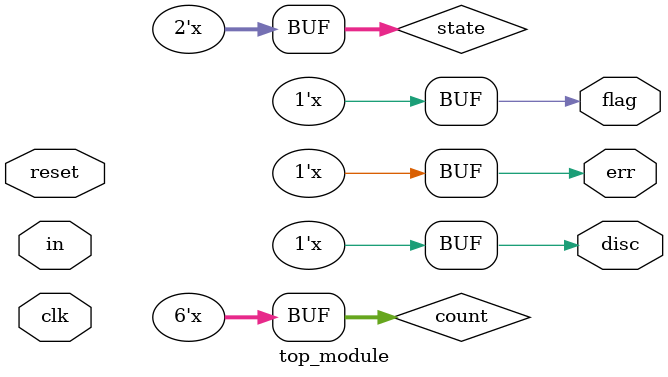
<source format=sv>
module top_module (
	input clk,
	input reset,
	input in,
	output disc,
	output flag,
	output err);

	// Define states
	typedef enum logic [1:0] {
		IDLE,
		S1,
		S2,
		S3
	} state_t;
	
	// Define internal signals
	logic [1:0] state;
	logic [5:0] count;
	logic prev_input;
	
	// Output assignment
	assign disc = (state == S1);
	assign flag = (state == S2);
	assign err = (state == S3);
	
	// Synchronous reset
	always_ff @(posedge clk, posedge reset) begin
		if (reset)
			state <= IDLE;
		else
			state <= next_state;
	end
	
	// State logic
	always_comb begin
		case (state)
			IDLE: begin
				count = 0;
				
				if (in)
					state = S1;
			end
			S1: begin
				count = count + 1;
				
				if (count == 5 && in)
					state = S2;
				else if (count >= 7)
					state = S3;
				else if (!in)
					state = IDLE;
			end
			S2: begin
				if (!in)
					state = S3;
				else if (prev_input)
					state = IDLE;
			end
			S3: begin
				if (!in)
					state = S1;
				else if (!prev_input)
					state = IDLE;
			end
		endcase
	end
	
	// Store previous input
	always_ff @(posedge clk) begin
		prev_input <= in;
	end
	
endmodule

</source>
